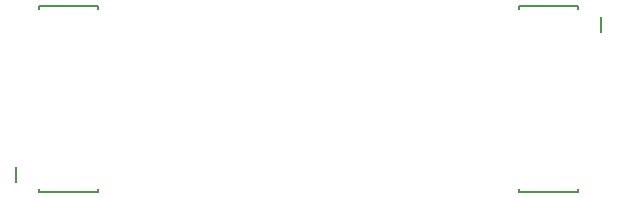
<source format=gbo>
G75*
G70*
%OFA0B0*%
%FSLAX24Y24*%
%IPPOS*%
%LPD*%
%AMOC8*
5,1,8,0,0,1.08239X$1,22.5*
%
%ADD10C,0.0080*%
D10*
X012474Y012604D02*
X014454Y012604D01*
X014454Y012704D01*
X012474Y012704D02*
X012474Y012604D01*
X011714Y012954D02*
X011714Y013454D01*
X012474Y018704D02*
X012474Y018804D01*
X014454Y018804D01*
X014454Y018704D01*
X028474Y018804D02*
X028474Y018704D01*
X028474Y018804D02*
X030454Y018804D01*
X030454Y018704D01*
X031214Y018454D02*
X031214Y017954D01*
X030454Y012704D02*
X030454Y012604D01*
X028474Y012604D01*
X028474Y012704D01*
M02*

</source>
